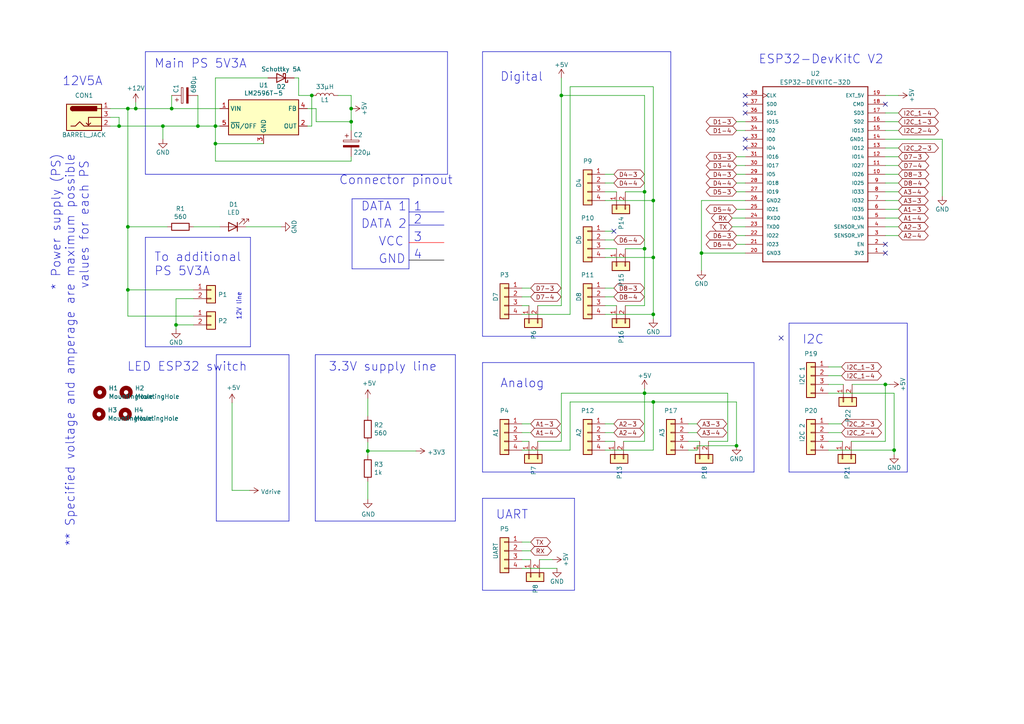
<source format=kicad_sch>
(kicad_sch (version 20230121) (generator eeschema)
  (paper "A4")
  (junction (at 49.784 31.496))
  (junction (at 259.334 130.556))
  (junction (at 101.854 35.306))
  (junction (at 433.324 50.546))
  (junction (at 532.511 9.906))
  (junction (at 532.511 14.986))
  (junction (at 213.614 129.286))
  (junction (at 186.944 55.626))
  (junction (at 189.484 74.676))
  (junction (at 189.484 58.166))
  (junction (at 532.511 20.066))
  (junction (at 37.084 65.786))
  (junction (at 532.511 7.366))
  (junction (at 532.511 12.446))
  (junction (at 464.82 42.926))
  (junction (at 433.324 42.926))
  (junction (at 556.514 94.742))
  (junction (at 57.404 36.576))
  (junction (at 47.244 36.576))
  (junction (at 34.544 36.576))
  (junction (at 62.484 36.576))
  (junction (at 101.854 31.496))
  (junction (at 51.054 94.234))
  (junction (at 106.68 130.81))
  (junction (at 256.794 111.506))
  (junction (at 37.084 84.074))
  (junction (at 186.944 72.136))
  (junction (at 90.424 27.686))
  (junction (at 494.03 42.926))
  (junction (at 521.462 93.726))
  (junction (at 532.511 17.526))
  (junction (at 433.324 48.006))
  (junction (at 523.24 42.926))
  (junction (at 37.084 31.496))
  (junction (at 189.484 116.586))
  (junction (at 39.37 31.496))
  (junction (at 189.484 91.186))
  (junction (at 62.484 41.656))
  (junction (at 433.324 40.386))
  (junction (at 433.324 45.466))
  (junction (at 494.03 93.726))
  (junction (at 162.814 27.686))
  (junction (at 186.944 114.046))
  (junction (at 203.454 73.406))
  (junction (at 464.82 93.726))
  (junction (at 433.324 37.846))
  (no_connect (at 216.154 32.766))
  (no_connect (at 216.154 42.926))
  (no_connect (at 178.054 67.056))
  (no_connect (at 216.154 30.226))
  (no_connect (at 256.794 30.226))
  (no_connect (at 226.568 98.044))
  (no_connect (at 216.154 27.686))
  (no_connect (at 256.794 73.406))
  (no_connect (at 216.154 40.386))
  (no_connect (at 256.794 70.866))
  (wire (pts (xy 56.134 84.074) (xy 37.084 84.074)))
  (wire (pts (xy 240.284 130.556) (xy 259.334 130.556)))
  (wire (pts (xy 151.384 130.556) (xy 165.354 130.556)))
  (wire (pts (xy 37.084 31.496) (xy 39.37 31.496)))
  (wire (pts (xy 461.899 32.766) (xy 461.899 83.82)))
  (wire (pts (xy 175.514 55.626) (xy 178.816 55.626)))
  (wire (pts (xy 32.004 36.576) (xy 34.544 36.576)))
  (polyline (pts (xy 118.618 70.358) (xy 128.778 70.358)) (stroke (width 0) (type solid) (color 255 0 0 1)))
  (polyline (pts (xy 346.71 121.666) (xy 346.71 4.826)))
  (wire (pts (xy 165.354 25.146) (xy 165.354 91.186)))
  (wire (pts (xy 385.572 29.972) (xy 385.572 36.449)))
  (wire (pts (xy 178.054 83.566) (xy 175.514 83.566)))
  (wire (pts (xy 256.794 42.926) (xy 260.604 42.926)))
  (wire (pts (xy 57.404 27.686) (xy 57.404 36.576)))
  (wire (pts (xy 155.956 88.646) (xy 162.814 88.646)))
  (wire (pts (xy 153.924 83.566) (xy 151.384 83.566)))
  (wire (pts (xy 178.054 86.106) (xy 175.514 86.106)))
  (wire (pts (xy 165.354 25.146) (xy 189.484 25.146)))
  (wire (pts (xy 165.354 116.586) (xy 189.484 116.586)))
  (polyline (pts (xy 83.82 102.87) (xy 62.738 102.87)))
  (polyline (pts (xy 91.44 102.87) (xy 132.08 102.87)))
  (wire (pts (xy 37.084 91.694) (xy 56.134 91.694)))
  (polyline (pts (xy 445.77 4.826) (xy 445.77 121.666)))
  (wire (pts (xy 151.384 157.226) (xy 153.924 157.226)))
  (wire (pts (xy 101.854 37.846) (xy 101.854 35.306)))
  (wire (pts (xy 216.154 48.006) (xy 213.614 48.006)))
  (wire (pts (xy 433.324 40.386) (xy 435.61 40.386)))
  (wire (pts (xy 532.511 22.479) (xy 534.67 22.479)))
  (wire (pts (xy 216.154 70.866) (xy 213.614 70.866)))
  (polyline (pts (xy 62.738 102.87) (xy 62.738 151.13)))
  (wire (pts (xy 244.094 125.476) (xy 240.284 125.476)))
  (wire (pts (xy 423.037 65.786) (xy 435.61 65.786)))
  (wire (pts (xy 433.324 50.546) (xy 435.61 50.546)))
  (wire (pts (xy 189.484 116.586) (xy 213.614 116.586)))
  (wire (pts (xy 435.61 68.326) (xy 426.974 68.326)))
  (wire (pts (xy 37.084 65.786) (xy 48.514 65.786)))
  (wire (pts (xy 162.814 27.686) (xy 186.944 27.686)))
  (wire (pts (xy 153.924 122.936) (xy 151.384 122.936)))
  (wire (pts (xy 189.484 91.186) (xy 189.484 92.456)))
  (wire (pts (xy 461.899 83.82) (xy 464.82 83.82)))
  (wire (pts (xy 433.324 42.926) (xy 433.324 45.466)))
  (wire (pts (xy 151.384 162.306) (xy 153.924 162.306)))
  (wire (pts (xy 530.86 7.366) (xy 532.511 7.366)))
  (wire (pts (xy 364.744 19.812) (xy 369.824 19.812)))
  (wire (pts (xy 423.037 76.2) (xy 423.037 65.786)))
  (polyline (pts (xy 42.164 14.986) (xy 129.794 14.986)))
  (wire (pts (xy 106.68 130.81) (xy 120.65 130.81)))
  (wire (pts (xy 175.514 72.136) (xy 178.816 72.136)))
  (polyline (pts (xy 194.564 14.986) (xy 194.564 97.536)))
  (polyline (pts (xy 459.74 121.666) (xy 548.64 121.666)))
  (wire (pts (xy 387.096 76.2) (xy 423.037 76.2)))
  (wire (pts (xy 529.971 80.772) (xy 529.971 40.386)))
  (wire (pts (xy 256.794 45.466) (xy 260.604 45.466)))
  (wire (pts (xy 202.184 129.286) (xy 213.614 129.286)))
  (wire (pts (xy 433.324 45.466) (xy 433.324 48.006)))
  (wire (pts (xy 433.324 42.926) (xy 435.61 42.926)))
  (polyline (pts (xy 139.954 97.536) (xy 139.954 14.986)))
  (wire (pts (xy 556.514 80.772) (xy 556.514 94.742)))
  (polyline (pts (xy 91.44 102.87) (xy 91.44 151.13)))
  (wire (pts (xy 186.944 55.626) (xy 186.944 72.136)))
  (wire (pts (xy 464.82 93.726) (xy 481.33 93.726)))
  (wire (pts (xy 186.944 114.046) (xy 186.944 128.016)))
  (wire (pts (xy 37.084 31.496) (xy 37.084 65.786)))
  (wire (pts (xy 256.794 111.506) (xy 258.064 111.506)))
  (wire (pts (xy 86.614 22.606) (xy 86.614 27.686)))
  (wire (pts (xy 181.356 72.136) (xy 186.944 72.136)))
  (wire (pts (xy 56.134 65.786) (xy 63.754 65.786)))
  (wire (pts (xy 175.514 58.166) (xy 189.484 58.166)))
  (polyline (pts (xy 83.82 151.13) (xy 83.82 102.87)))
  (wire (pts (xy 523.24 42.926) (xy 523.24 46.736)))
  (polyline (pts (xy 62.738 151.13) (xy 83.82 151.13)))
  (wire (pts (xy 363.982 29.972) (xy 369.062 29.972)))
  (polyline (pts (xy 139.954 105.156) (xy 218.694 105.156)))
  (polyline (pts (xy 72.644 68.834) (xy 72.644 100.584)))
  (polyline (pts (xy 102.108 57.658) (xy 102.108 77.978)) (stroke (width 0) (type solid)))
  (wire (pts (xy 259.334 130.556) (xy 259.334 114.046)))
  (wire (pts (xy 256.794 58.166) (xy 260.604 58.166)))
  (wire (pts (xy 366.522 98.806) (xy 371.602 98.806)))
  (wire (pts (xy 202.184 122.936) (xy 199.644 122.936)))
  (wire (pts (xy 178.054 50.546) (xy 175.514 50.546)))
  (wire (pts (xy 165.354 116.586) (xy 165.354 130.556)))
  (wire (pts (xy 153.924 86.106) (xy 151.384 86.106)))
  (wire (pts (xy 216.154 60.706) (xy 213.614 60.706)))
  (wire (pts (xy 426.974 68.326) (xy 426.974 90.424)))
  (wire (pts (xy 433.324 48.006) (xy 435.61 48.006)))
  (wire (pts (xy 106.68 120.65) (xy 106.68 115.57)))
  (polyline (pts (xy 548.64 4.826) (xy 459.74 4.826)))
  (polyline (pts (xy 129.794 50.546) (xy 42.164 50.546)))
  (wire (pts (xy 427.101 36.449) (xy 427.101 58.166)))
  (wire (pts (xy 86.614 27.686) (xy 90.424 27.686)))
  (wire (pts (xy 203.454 58.166) (xy 203.454 73.406)))
  (wire (pts (xy 62.484 41.656) (xy 62.484 46.736)))
  (wire (pts (xy 256.794 48.006) (xy 260.604 48.006)))
  (wire (pts (xy 186.944 114.046) (xy 211.074 114.046)))
  (polyline (pts (xy 263.144 93.726) (xy 263.144 136.906)))
  (wire (pts (xy 488.442 84.836) (xy 494.03 84.836)))
  (wire (pts (xy 211.074 114.046) (xy 211.074 128.016)))
  (polyline (pts (xy 346.71 4.826) (xy 445.77 4.826)))
  (wire (pts (xy 178.054 69.596) (xy 175.514 69.596)))
  (polyline (pts (xy 263.144 93.726) (xy 228.854 93.726)))
  (wire (pts (xy 256.794 35.306) (xy 260.604 35.306)))
  (wire (pts (xy 428.752 27.686) (xy 428.752 55.626)))
  (wire (pts (xy 388.62 84.074) (xy 388.62 90.424)))
  (wire (pts (xy 464.82 54.356) (xy 464.82 59.436)))
  (wire (pts (xy 62.484 41.656) (xy 76.454 41.656)))
  (wire (pts (xy 62.484 22.606) (xy 62.484 36.576)))
  (wire (pts (xy 178.054 67.056) (xy 175.514 67.056)))
  (wire (pts (xy 464.82 93.726) (xy 464.82 97.536)))
  (wire (pts (xy 71.374 65.786) (xy 81.534 65.786)))
  (wire (pts (xy 521.462 105.156) (xy 521.462 110.236)))
  (wire (pts (xy 151.384 128.016) (xy 153.416 128.016)))
  (wire (pts (xy 175.514 74.676) (xy 189.484 74.676)))
  (wire (pts (xy 534.67 32.766) (xy 461.899 32.766)))
  (wire (pts (xy 162.814 22.606) (xy 162.814 27.686)))
  (wire (pts (xy 240.284 128.016) (xy 244.348 128.016)))
  (wire (pts (xy 464.82 42.926) (xy 481.33 42.926)))
  (wire (pts (xy 379.73 84.074) (xy 388.62 84.074)))
  (wire (pts (xy 216.154 68.326) (xy 213.614 68.326)))
  (wire (pts (xy 532.511 7.366) (xy 534.67 7.366)))
  (wire (pts (xy 162.814 27.686) (xy 162.814 88.646)))
  (wire (pts (xy 106.68 132.08) (xy 106.68 130.81)))
  (wire (pts (xy 181.356 55.626) (xy 186.944 55.626)))
  (wire (pts (xy 388.112 105.156) (xy 430.149 105.156)))
  (wire (pts (xy 430.149 105.156) (xy 430.149 70.866)))
  (wire (pts (xy 155.956 128.016) (xy 162.814 128.016)))
  (wire (pts (xy 523.24 30.226) (xy 523.24 42.926)))
  (wire (pts (xy 534.797 25.146) (xy 534.67 25.146)))
  (wire (pts (xy 464.82 42.926) (xy 464.82 46.736)))
  (wire (pts (xy 91.694 35.306) (xy 101.854 35.306)))
  (wire (pts (xy 216.154 65.786) (xy 212.344 65.786)))
  (wire (pts (xy 430.149 70.866) (xy 435.61 70.866)))
  (wire (pts (xy 181.356 88.646) (xy 186.944 88.646)))
  (wire (pts (xy 37.084 84.074) (xy 37.084 91.694)))
  (wire (pts (xy 494.03 27.686) (xy 494.03 42.926)))
  (wire (pts (xy 162.814 114.046) (xy 186.944 114.046)))
  (wire (pts (xy 101.854 46.736) (xy 101.854 45.466)))
  (wire (pts (xy 426.974 90.424) (xy 388.62 90.424)))
  (wire (pts (xy 244.094 106.426) (xy 240.284 106.426)))
  (wire (pts (xy 90.424 36.576) (xy 89.154 36.576)))
  (polyline (pts (xy 118.618 65.278) (xy 128.778 65.278)) (stroke (width 0) (type solid)))
  (wire (pts (xy 256.794 32.766) (xy 260.604 32.766)))
  (wire (pts (xy 364.236 46.228) (xy 369.316 46.228)))
  (polyline (pts (xy 42.164 68.834) (xy 42.164 100.584)))
  (wire (pts (xy 378.206 69.85) (xy 387.096 69.85)))
  (wire (pts (xy 375.666 58.166) (xy 384.556 58.166)))
  (wire (pts (xy 365.506 69.85) (xy 370.586 69.85)))
  (polyline (pts (xy 548.64 121.666) (xy 548.64 4.826)))
  (wire (pts (xy 180.848 128.016) (xy 186.944 128.016)))
  (wire (pts (xy 386.334 27.686) (xy 428.752 27.686)))
  (wire (pts (xy 423.291 64.516) (xy 423.291 63.246)))
  (wire (pts (xy 106.68 130.81) (xy 106.68 128.27)))
  (wire (pts (xy 488.442 35.306) (xy 488.442 84.836)))
  (wire (pts (xy 101.854 27.686) (xy 101.854 31.496)))
  (wire (pts (xy 433.324 35.306) (xy 433.324 37.846)))
  (polyline (pts (xy 118.618 77.978) (xy 118.618 57.658)) (stroke (width 0) (type solid)))
  (wire (pts (xy 51.054 86.614) (xy 56.134 86.614)))
  (polyline (pts (xy 166.624 144.526) (xy 166.624 171.196)))
  (wire (pts (xy 384.556 58.166) (xy 384.556 64.516)))
  (polyline (pts (xy 132.08 151.13) (xy 132.08 102.87)))
  (wire (pts (xy 47.244 40.386) (xy 47.244 36.576)))
  (polyline (pts (xy 218.694 136.906) (xy 218.694 105.156)))
  (wire (pts (xy 273.304 56.896) (xy 273.304 40.386)))
  (wire (pts (xy 151.384 164.846) (xy 161.544 164.846)))
  (wire (pts (xy 494.03 42.926) (xy 494.03 46.736)))
  (polyline (pts (xy 139.954 105.156) (xy 139.954 136.906)))
  (wire (pts (xy 106.68 144.78) (xy 106.68 139.7)))
  (polyline (pts (xy 72.644 100.584) (xy 42.164 100.584)))
  (polyline (pts (xy 166.624 144.526) (xy 139.954 144.526)))
  (wire (pts (xy 91.694 31.496) (xy 89.154 31.496)))
  (polyline (pts (xy 228.854 136.906) (xy 263.144 136.906)))
  (wire (pts (xy 34.544 34.036) (xy 34.544 36.576)))
  (wire (pts (xy 49.784 27.686) (xy 49.784 31.496)))
  (wire (pts (xy 494.03 42.926) (xy 510.54 42.926)))
  (wire (pts (xy 256.794 63.246) (xy 260.604 63.246)))
  (wire (pts (xy 256.794 50.546) (xy 260.604 50.546)))
  (wire (pts (xy 534.67 27.686) (xy 494.03 27.686)))
  (wire (pts (xy 376.682 29.972) (xy 385.572 29.972)))
  (wire (pts (xy 216.154 45.466) (xy 213.614 45.466)))
  (polyline (pts (xy 228.854 93.726) (xy 228.854 136.906)))
  (wire (pts (xy 532.511 9.906) (xy 534.67 9.906)))
  (wire (pts (xy 246.888 128.016) (xy 256.794 128.016)))
  (wire (pts (xy 189.484 116.586) (xy 189.484 130.556)))
  (wire (pts (xy 244.094 108.966) (xy 240.284 108.966)))
  (wire (pts (xy 367.03 84.074) (xy 372.11 84.074)))
  (wire (pts (xy 51.054 94.234) (xy 51.054 86.614)))
  (wire (pts (xy 519.938 84.709) (xy 521.462 84.709)))
  (wire (pts (xy 519.938 37.846) (xy 519.938 84.709)))
  (wire (pts (xy 532.511 20.066) (xy 532.511 22.479)))
  (wire (pts (xy 433.324 37.846) (xy 435.61 37.846)))
  (wire (pts (xy 523.24 42.926) (xy 539.75 42.926)))
  (wire (pts (xy 534.67 17.526) (xy 532.511 17.526)))
  (wire (pts (xy 256.794 55.626) (xy 260.604 55.626)))
  (wire (pts (xy 464.82 25.019) (xy 534.797 25.019)))
  (wire (pts (xy 62.484 36.576) (xy 63.754 36.576)))
  (wire (pts (xy 175.514 130.556) (xy 189.484 130.556)))
  (polyline (pts (xy 139.954 136.906) (xy 218.694 136.906)))
  (wire (pts (xy 534.67 22.479) (xy 534.67 22.606)))
  (wire (pts (xy 203.454 73.406) (xy 203.454 78.486)))
  (wire (pts (xy 37.084 65.786) (xy 37.084 84.074)))
  (polyline (pts (xy 139.954 171.196) (xy 166.624 171.196)))
  (polyline (pts (xy 129.794 14.986) (xy 129.794 50.546)))
  (wire (pts (xy 199.644 128.016) (xy 202.946 128.016)))
  (wire (pts (xy 433.324 48.006) (xy 433.324 50.546)))
  (polyline (pts (xy 91.44 151.13) (xy 132.08 151.13)))
  (wire (pts (xy 519.938 37.846) (xy 534.67 37.846)))
  (wire (pts (xy 186.944 114.046) (xy 186.944 112.776)))
  (wire (pts (xy 203.454 73.406) (xy 216.154 73.406)))
  (wire (pts (xy 256.794 68.326) (xy 260.604 68.326)))
  (wire (pts (xy 32.004 31.496) (xy 37.084 31.496)))
  (polyline (pts (xy 459.74 4.826) (xy 459.74 121.666)))
  (wire (pts (xy 435.61 60.706) (xy 422.91 60.706)))
  (wire (pts (xy 521.462 93.726) (xy 521.462 97.536)))
  (wire (pts (xy 199.644 130.556) (xy 202.184 130.556)))
  (wire (pts (xy 101.854 27.686) (xy 98.044 27.686)))
  (wire (pts (xy 529.971 40.386) (xy 534.67 40.386)))
  (wire (pts (xy 202.184 125.476) (xy 199.644 125.476)))
  (wire (pts (xy 534.797 25.019) (xy 534.797 25.146)))
  (wire (pts (xy 256.794 60.706) (xy 260.604 60.706)))
  (wire (pts (xy 388.112 98.806) (xy 388.112 105.156)))
  (wire (pts (xy 39.37 29.718) (xy 39.37 31.496)))
  (wire (pts (xy 532.511 9.906) (xy 532.511 12.446)))
  (wire (pts (xy 427.101 58.166) (xy 435.61 58.166)))
  (wire (pts (xy 216.154 37.846) (xy 213.614 37.846)))
  (wire (pts (xy 90.424 27.686) (xy 90.424 36.576)))
  (wire (pts (xy 385.826 46.228) (xy 385.826 52.578)))
  (wire (pts (xy 101.854 31.496) (xy 101.854 35.306)))
  (wire (pts (xy 178.054 53.086) (xy 175.514 53.086)))
  (wire (pts (xy 428.752 55.626) (xy 435.61 55.626)))
  (wire (pts (xy 247.142 111.506) (xy 256.794 111.506)))
  (wire (pts (xy 62.484 22.606) (xy 77.724 22.606)))
  (wire (pts (xy 189.484 74.676) (xy 189.484 91.186)))
  (wire (pts (xy 532.511 20.066) (xy 534.67 20.066)))
  (wire (pts (xy 39.37 31.496) (xy 49.784 31.496)))
  (wire (pts (xy 202.184 130.556) (xy 202.184 129.286)))
  (wire (pts (xy 256.794 37.846) (xy 260.604 37.846)))
  (wire (pts (xy 534.67 35.306) (xy 488.442 35.306)))
  (wire (pts (xy 85.344 22.606) (xy 86.614 22.606)))
  (wire (pts (xy 422.91 60.706) (xy 422.91 52.578)))
  (wire (pts (xy 216.154 35.306) (xy 213.614 35.306)))
  (polyline (pts (xy 102.108 77.978) (xy 118.618 77.978)) (stroke (width 0) (type solid)))
  (wire (pts (xy 256.794 53.086) (xy 260.604 53.086)))
  (polyline (pts (xy 118.618 61.468) (xy 128.778 61.468)) (stroke (width 0) (type solid)))
  (wire (pts (xy 273.304 40.386) (xy 256.794 40.386)))
  (wire (pts (xy 67.31 116.84) (xy 67.31 142.24)))
  (wire (pts (xy 532.511 17.526) (xy 532.511 20.066)))
  (wire (pts (xy 151.384 88.646) (xy 153.416 88.646)))
  (wire (pts (xy 464.82 25.019) (xy 464.82 42.926)))
  (wire (pts (xy 532.511 12.446) (xy 534.67 12.446)))
  (polyline (pts (xy 194.564 97.536) (xy 139.954 97.536)))
  (wire (pts (xy 464.82 83.82) (xy 464.82 93.726)))
  (wire (pts (xy 32.004 34.036) (xy 34.544 34.036)))
  (wire (pts (xy 386.334 19.812) (xy 386.334 27.686)))
  (wire (pts (xy 556.514 94.742) (xy 556.514 98.552)))
  (wire (pts (xy 377.444 19.812) (xy 386.334 19.812)))
  (wire (pts (xy 62.484 36.576) (xy 62.484 41.656)))
  (wire (pts (xy 376.936 46.228) (xy 385.826 46.228)))
  (wire (pts (xy 521.462 84.709) (xy 521.462 93.726)))
  (polyline (pts (xy 445.77 121.666) (xy 346.71 121.666)))
  (wire (pts (xy 433.324 50.546) (xy 433.324 53.086)))
  (polyline (pts (xy 72.644 68.834) (xy 42.164 68.834)))
  (wire (pts (xy 384.556 64.516) (xy 423.291 64.516)))
  (wire (pts (xy 556.514 106.172) (xy 556.514 111.252)))
  (wire (pts (xy 91.694 31.496) (xy 91.694 35.306)))
  (wire (pts (xy 216.154 58.166) (xy 203.454 58.166)))
  (wire (pts (xy 216.154 63.246) (xy 212.344 63.246)))
  (wire (pts (xy 186.944 27.686) (xy 186.944 55.626)))
  (wire (pts (xy 433.324 37.846) (xy 433.324 40.386)))
  (wire (pts (xy 67.31 142.24) (xy 72.39 142.24)))
  (wire (pts (xy 156.464 162.306) (xy 160.274 162.306)))
  (wire (pts (xy 151.384 159.766) (xy 153.924 159.766)))
  (wire (pts (xy 57.404 36.576) (xy 62.484 36.576)))
  (wire (pts (xy 523.24 54.356) (xy 523.24 59.436)))
  (polyline (pts (xy 118.618 75.438) (xy 128.778 75.438)) (stroke (width 0) (type solid) (color 0 0 0 1)))
  (wire (pts (xy 49.784 31.496) (xy 63.754 31.496)))
  (wire (pts (xy 240.284 111.506) (xy 244.602 111.506)))
  (wire (pts (xy 422.91 52.578) (xy 385.826 52.578)))
  (wire (pts (xy 259.334 131.826) (xy 259.334 130.556)))
  (wire (pts (xy 240.284 114.046) (xy 259.334 114.046)))
  (wire (pts (xy 189.484 58.166) (xy 189.484 74.676)))
  (wire (pts (xy 387.096 69.85) (xy 387.096 76.2)))
  (wire (pts (xy 51.054 95.504) (xy 51.054 94.234)))
  (wire (pts (xy 433.324 40.386) (xy 433.324 42.926)))
  (wire (pts (xy 532.511 14.986) (xy 534.67 14.986)))
  (wire (pts (xy 556.514 94.742) (xy 573.024 94.742)))
  (wire (pts (xy 433.324 45.466) (xy 435.61 45.466)))
  (wire (pts (xy 494.03 105.156) (xy 494.03 110.236)))
  (wire (pts (xy 532.511 12.446) (xy 532.511 14.986)))
  (wire (pts (xy 51.054 94.234) (xy 56.134 94.234)))
  (wire (pts (xy 494.03 84.836) (xy 494.03 93.726)))
  (wire (pts (xy 256.794 65.786) (xy 260.604 65.786)))
  (polyline (pts (xy 139.954 171.196) (xy 139.954 144.526)))
  (wire (pts (xy 178.054 122.936) (xy 175.514 122.936)))
  (polyline (pts (xy 139.954 14.986) (xy 194.564 14.986)))
  (wire (pts (xy 62.484 46.736) (xy 101.854 46.736)))
  (wire (pts (xy 256.794 111.506) (xy 256.794 128.016)))
  (polyline (pts (xy 118.618 57.658) (xy 102.108 57.658)) (stroke (width 0) (type solid)))
  (wire (pts (xy 34.544 36.576) (xy 47.244 36.576)))
  (wire (pts (xy 379.222 98.806) (xy 388.112 98.806)))
  (wire (pts (xy 523.24 30.226) (xy 534.67 30.226)))
  (wire (pts (xy 532.511 7.366) (xy 532.511 9.906)))
  (wire (pts (xy 178.054 125.476) (xy 175.514 125.476)))
  (wire (pts (xy 362.966 58.166) (xy 368.046 58.166)))
  (wire (pts (xy 186.944 72.136) (xy 186.944 88.646)))
  (wire (pts (xy 532.511 14.986) (xy 532.511 17.526)))
  (wire (pts (xy 213.614 116.586) (xy 213.614 129.286)))
  (wire (pts (xy 494.03 93.726) (xy 510.54 93.726)))
  (wire (pts (xy 189.484 25.146) (xy 189.484 58.166)))
  (wire (pts (xy 494.03 93.726) (xy 494.03 97.536)))
  (wire (pts (xy 464.82 105.156) (xy 464.82 110.236)))
  (wire (pts (xy 433.324 53.086) (xy 435.61 53.086)))
  (wire (pts (xy 216.154 55.626) (xy 213.614 55.626)))
  (wire (pts (xy 216.154 50.546) (xy 213.614 50.546)))
  (wire (pts (xy 385.572 36.449) (xy 427.101 36.449)))
  (wire (pts (xy 260.604 27.686) (xy 256.794 27.686)))
  (wire (pts (xy 213.614 53.086) (xy 216.154 53.086)))
  (wire (pts (xy 494.03 54.356) (xy 494.03 59.436)))
  (wire (pts (xy 175.514 128.016) (xy 178.308 128.016)))
  (wire (pts (xy 175.514 88.646) (xy 178.816 88.646)))
  (polyline (pts (xy 42.164 50.546) (xy 42.164 14.986)))
  (wire (pts (xy 423.291 63.246) (xy 435.61 63.246)))
  (wire (pts (xy 240.284 122.936) (xy 244.094 122.936)))
  (wire (pts (xy 47.244 36.576) (xy 57.404 36.576)))
  (wire (pts (xy 175.514 91.186) (xy 189.484 91.186)))
  (wire (pts (xy 521.462 93.726) (xy 537.972 93.726)))
  (wire (pts (xy 162.814 114.046) (xy 162.814 128.016)))
  (wire (pts (xy 151.384 91.186) (xy 165.354 91.186)))
  (wire (pts (xy 205.486 128.016) (xy 211.074 128.016)))
  (wire (pts (xy 556.514 80.772) (xy 529.971 80.772)))
  (wire (pts (xy 153.924 125.476) (xy 151.384 125.476)))
  (text "Digital" (at 145.034 23.876 0) (effects (font (size 2.54 2.54)) (justify left bottom)))
  (text "I2C" (at 232.664 100.076 0) (effects (font (size 2.54 2.54)) (justify left bottom)))
  (text "IR phototransistor array" (at 463.55 12.446 0) (effects (font (size 2.54 2.54)) (justify left bottom)))
  (text "3.3V supply line" (at 95.25 107.95 0) (effects (font (size 2.54 2.54)) (justify left bottom)))
  (text "12V line" (at 70.104 92.964 90) (effects (font (size 1.27 1.27)) (justify left bottom)))
  (text "UART" (at 143.764 150.876 0) (effects (font (size 2.54 2.54)) (justify left bottom)))
  (text "4" (at 119.888 75.438 0) (effects (font (size 2.54 2.54)) (justify left bottom)))
  (text "DATA 2  " (at 104.648 66.548 0) (effects (font (size 2.54 2.54)) (justify left bottom)))
  (text "VCC" (at 109.728 71.628 0) (effects (font (size 2.54 2.54)) (justify left bottom)))
  (text "12V5A" (at 18.034 25.146 0) (effects (font (size 2.54 2.54)) (justify left bottom)))
  (text "IR LED array" (at 355.6 13.716 0) (effects (font (size 2.54 2.54)) (justify left bottom)))
  (text "Main PS 5V3A" (at 44.704 20.066 0) (effects (font (size 2.54 2.54)) (justify left bottom)))
  (text "Connector pinout" (at 98.298 53.848 0) (effects (font (size 2.54 2.54)) (justify left bottom)))
  (text "2" (at 119.888 65.278 0) (effects (font (size 2.54 2.54)) (justify left bottom)))
  (text "To additional\nPS 5V3A" (at 44.704 80.264 0) (effects (font (size 2.54 2.54)) (justify left bottom)))
  (text "ESP32-DevKitC V2" (at 219.964 18.796 0) (effects (font (size 2.54 2.54)) (justify left bottom)))
  (text "* Power supply (PS)\n** Specified voltage and amperage are maximum possible\nvalues for each PS " (at 25.908 44.704 90) (effects (font (size 2.54 2.54)) (justify right bottom)))
  (text "GND" (at 109.728 76.708 0) (effects (font (size 2.54 2.54)) (justify left bottom)))
  (text "LED ESP32 switch" (at 36.83 107.95 0) (effects (font (size 2.54 2.54)) (justify left bottom)))
  (text "DATA 1\n" (at 104.648 61.468 0) (effects (font (size 2.54 2.54)) (justify left bottom)))
  (text "3" (at 119.888 70.358 0) (effects (font (size 2.54 2.54)) (justify left bottom)))
  (text "Analog" (at 145.034 112.776 0) (effects (font (size 2.54 2.54)) (justify left bottom)))
  (text "1" (at 119.888 61.468 0) (effects (font (size 2.54 2.54)) (justify left bottom)))
  (global_label "D8-4" (shape bidirectional) (at 178.054 86.106 0) (property "Intersheetrefs" "${INTERSHEET_REFS}" (effects hide)))
  (global_label "A2-4" (shape bidirectional) (at 178.054 125.476 0) (property "Intersheetrefs" "${INTERSHEET_REFS}" (effects hide)))
  (global_label "D6-4" (shape bidirectional) (at 178.054 69.596 0) (property "Intersheetrefs" "${INTERSHEET_REFS}" (effects hide)))
  (global_label "D1-4" (shape bidirectional) (at 213.614 37.846 180) (property "Intersheetrefs" "${INTERSHEET_REFS}" (effects hide)))
  (global_label "I2C_2-3" (shape bidirectional) (at 244.094 122.936 0) (property "Intersheetrefs" "${INTERSHEET_REFS}" (effects hide)))
  (global_label "A1-3" (shape bidirectional) (at 153.924 122.936 0) (property "Intersheetrefs" "${INTERSHEET_REFS}" (effects hide)))
  (global_label "D5-3" (shape bidirectional) (at 510.54 93.726 0) (property "Intersheetrefs" "${INTERSHEET_REFS}" (effects hide)))
  (global_label "TX" (shape bidirectional) (at 212.344 65.786 180) (property "Intersheetrefs" "${INTERSHEET_REFS}" (effects hide)))
  (global_label "I2C_2-4" (shape bidirectional) (at 260.604 37.846 0) (property "Intersheetrefs" "${INTERSHEET_REFS}" (effects hide)))
  (global_label "A2-3" (shape bidirectional) (at 178.054 122.936 0) (property "Intersheetrefs" "${INTERSHEET_REFS}" (effects hide)))
  (global_label "D3-4" (shape bidirectional) (at 481.33 93.726 0) (property "Intersheetrefs" "${INTERSHEET_REFS}" (effects hide)))
  (global_label "D7-3" (shape bidirectional) (at 153.924 83.566 0) (property "Intersheetrefs" "${INTERSHEET_REFS}" (effects hide)))
  (global_label "D5-4" (shape bidirectional) (at 213.614 60.706 180) (property "Intersheetrefs" "${INTERSHEET_REFS}" (effects hide)))
  (global_label "D4-4" (shape bidirectional) (at 213.614 53.086 180) (property "Intersheetrefs" "${INTERSHEET_REFS}" (effects hide)))
  (global_label "D1-4" (shape bidirectional) (at 510.54 42.926 0) (property "Intersheetrefs" "${INTERSHEET_REFS}" (effects hide)))
  (global_label "A2-4" (shape bidirectional) (at 260.604 68.326 0) (property "Intersheetrefs" "${INTERSHEET_REFS}" (effects hide)))
  (global_label "I2C_1-3" (shape bidirectional) (at 260.604 35.306 0) (property "Intersheetrefs" "${INTERSHEET_REFS}" (effects hide)))
  (global_label "I2C_1-3" (shape bidirectional) (at 244.094 106.426 0) (property "Intersheetrefs" "${INTERSHEET_REFS}" (effects hide)))
  (global_label "D8-4" (shape bidirectional) (at 260.604 53.086 0) (property "Intersheetrefs" "${INTERSHEET_REFS}" (effects hide)))
  (global_label "D8-3" (shape bidirectional) (at 260.604 50.546 0) (property "Intersheetrefs" "${INTERSHEET_REFS}" (effects hide)))
  (global_label "TX" (shape bidirectional) (at 153.924 157.226 0) (property "Intersheetrefs" "${INTERSHEET_REFS}" (effects hide)))
  (global_label "D3-3" (shape bidirectional) (at 213.614 45.466 180) (property "Intersheetrefs" "${INTERSHEET_REFS}" (effects hide)))
  (global_label "RX" (shape bidirectional) (at 153.924 159.766 0) (property "Intersheetrefs" "${INTERSHEET_REFS}" (effects hide)))
  (global_label "A2-3" (shape bidirectional) (at 260.604 65.786 0) (property "Intersheetrefs" "${INTERSHEET_REFS}" (effects hide)))
  (global_label "I2C_2-4" (shape bidirectional) (at 244.094 125.476 0) (property "Intersheetrefs" "${INTERSHEET_REFS}" (effects hide)))
  (global_label "A3-3" (shape bidirectional) (at 260.604 58.166 0) (property "Intersheetrefs" "${INTERSHEET_REFS}" (effects hide)))
  (global_label "D8-3" (shape bidirectional) (at 178.054 83.566 0) (property "Intersheetrefs" "${INTERSHEET_REFS}" (effects hide)))
  (global_label "I2C_1-4" (shape bidirectional) (at 244.094 108.966 0) (property "Intersheetrefs" "${INTERSHEET_REFS}" (effects hide)))
  (global_label "D3-4" (shape bidirectional) (at 213.614 48.006 180) (property "Intersheetrefs" "${INTERSHEET_REFS}" (effects hide)))
  (global_label "A3-3" (shape bidirectional) (at 202.184 122.936 0) (property "Intersheetrefs" "${INTERSHEET_REFS}" (effects hide)))
  (global_label "D4-3" (shape bidirectional) (at 213.614 50.546 180) (property "Intersheetrefs" "${INTERSHEET_REFS}" (effects hide)))
  (global_label "D1-3" (shape bidirectional) (at 213.614 35.306 180) (property "Intersheetrefs" "${INTERSHEET_REFS}" (effects hide)))
  (global_label "D6-3" (shape bidirectional) (at 573.024 94.742 0) (property "Intersheetrefs" "${INTERSHEET_REFS}" (effects hide)))
  (global_label "A3-4" (shape bidirectional) (at 202.184 125.476 0) (property "Intersheetrefs" "${INTERSHEET_REFS}" (effects hide)))
  (global_label "A1-4" (shape bidirectional) (at 153.924 125.476 0) (property "Intersheetrefs" "${INTERSHEET_REFS}" (effects hide)))
  (global_label "I2C_2-3" (shape bidirectional) (at 260.604 42.926 0) (property "Intersheetrefs" "${INTERSHEET_REFS}" (effects hide)))
  (global_label "A3-4" (shape bidirectional) (at 260.604 55.626 0) (property "Intersheetrefs" "${INTERSHEET_REFS}" (effects hide)))
  (global_label "RX" (shape bidirectional) (at 212.344 63.246 180) (property "Intersheetrefs" "${INTERSHEET_REFS}" (effects hide)))
  (global_label "D5-3" (shape bidirectional) (at 213.614 55.626 180) (property "Intersheetrefs" "${INTERSHEET_REFS}" (effects hide)))
  (global_label "D7-3" (shape bidirectional) (at 260.604 45.466 0) (property "Intersheetrefs" "${INTERSHEET_REFS}" (effects hide)))
  (global_label "D4-4" (shape bidirectional) (at 178.054 53.086 0) (property "Intersheetrefs" "${INTERSHEET_REFS}" (effects hide)))
  (global_label "I2C_1-4" (shape bidirectional) (at 260.604 32.766 0) (property "Intersheetrefs" "${INTERSHEET_REFS}" (effects hide)))
  (global_label "D7-4" (shape bidirectional) (at 153.924 86.106 0) (property "Intersheetrefs" "${INTERSHEET_REFS}" (effects hide)))
  (global_label "D5-4" (shape bidirectional) (at 537.972 93.726 0) (property "Intersheetrefs" "${INTERSHEET_REFS}" (effects hide)))
  (global_label "D6-4" (shape bidirectional) (at 213.614 70.866 180) (property "Intersheetrefs" "${INTERSHEET_REFS}" (effects hide)))
  (global_label "D4-3" (shape bidirectional) (at 178.054 50.546 0) (property "Intersheetrefs" "${INTERSHEET_REFS}" (effects hide)))
  (global_label "A1-3" (shape bidirectional) (at 260.604 60.706 0) (property "Intersheetrefs" "${INTERSHEET_REFS}" (effects hide)))
  (global_label "D1-3" (shape bidirectional) (at 481.33 42.926 0) (property "Intersheetrefs" "${INTERSHEET_REFS}" (effects hide)))
  (global_label "D3-3" (shape bidirectional) (at 539.75 42.926 0) (property "Intersheetrefs" "${INTERSHEET_REFS}" (effects hide)))
  (global_label "D6-3" (shape bidirectional) (at 213.614 68.326 180) (property "Intersheetrefs" "${INTERSHEET_REFS}" (effects hide)))
  (global_label "D7-4" (shape bidirectional) (at 260.604 48.006 0) (property "Intersheetrefs" "${INTERSHEET_REFS}" (effects hide)))
  (global_label "A1-4" (shape bidirectional) (at 260.604 63.246 0) (property "Intersheetrefs" "${INTERSHEET_REFS}" (effects hide)))
  (symbol (lib_id "ir_sensor-rescue:+3.3V-power") (at 530.86 7.366 90) (unit 1)
    (property "Reference" "#PWR036" (effects hide))
    (property "Value" "+3.3V" (at 526.4658 6.985 0))
  )
  (symbol (lib_id "power:Vdrive") (at 362.966 58.166 90) (unit 1)
    (property "Reference" "#PWR022" (effects hide))
    (property "Value" "Vdrive" (at 358.5718 57.785 0))
  )
  (symbol (lib_id "power:GND") (at 203.454 78.486 0) (unit 1)
    (property "Reference" "#PWR016" (effects hide))
    (property "Value" "GND" (at 203.454 82.296 0))
  )
  (symbol (lib_id "Connector_Generic:Conn_01x04") (at 235.204 125.476 0) (mirror y) (unit 1)
    (property "Reference" "P20" (at 235.204 119.126 0))
    (property "Value" "I2C 2" (at 232.664 125.476 90))
    (property "Footprint" "Connector_JST:JST_XH_B4B-XH-A_1x04_P2.50mm_Vertical" (effects hide))
  )
  (symbol (lib_id "power:Vdrive") (at 364.236 46.228 90) (unit 1)
    (property "Reference" "#PWR024" (effects hide))
    (property "Value" "Vdrive" (at 359.8418 45.847 0))
  )
  (symbol (lib_id "power:+5V") (at 162.814 22.606 0) (unit 1)
    (property "Reference" "#PWR013" (effects hide))
    (property "Value" "+5V" (at 162.814 18.796 0))
  )
  (symbol (lib_id "Connector_Generic:Conn_01x02") (at 244.348 133.096 90) (mirror x) (unit 1)
    (property "Reference" "P21" (at 245.7196 135.128 0) (effects (justify left)))
    (property "Value" "Conn_01x02" (effects hide))
    (property "Footprint" "Connector_PinSocket_2.54mm:PinSocket_1x02_P2.54mm_Vertical" (effects hide))
  )
  (symbol (lib_id "Device:LED") (at 67.564 65.786 180) (unit 1)
    (property "Reference" "D1" (at 67.7418 59.309 0))
    (property "Value" "LED" (at 67.7418 61.6204 0))
    (property "Footprint" "LED_THT:LED_D3.0mm" (effects hide))
  )
  (symbol (lib_id "Connector:Conn_01x14_Socket") (at 539.75 22.606 0) (unit 1)
    (property "Reference" "J2" (at 540.4612 22.6639 0) (effects (justify left)))
    (property "Value" "Conn_01x14_Socket" (at 540.4612 25.0881 0) (effects (justify left)))
    (property "Footprint" "Connector_JST:JST_XH_B14B-XH-A_1x14_P2.50mm_Vertical" (effects hide))
  )
  (symbol (lib_id "Connector_Generic:Conn_01x02") (at 178.816 93.726 90) (mirror x) (unit 1)
    (property "Reference" "P16" (at 180.1876 95.758 0) (effects (justify left)))
    (property "Value" "Conn_01x02" (effects hide))
    (property "Footprint" "Connector_PinSocket_2.54mm:PinSocket_1x02_P2.54mm_Vertical" (effects hide))
  )
  (symbol (lib_id "Device:R") (at 373.126 46.228 90) (unit 1)
    (property "Reference" "R6" (at 371.9576 44.45 0) (effects (justify left)))
    (property "Value" "47" (at 374.269 44.45 0) (effects (justify left)))
    (property "Footprint" "Resistor_THT:R_Box_L13.0mm_W4.0mm_P9.00mm" (effects hide))
  )
  (symbol (lib_id "Device:L") (at 94.234 27.686 90) (unit 1)
    (property "Reference" "L1" (at 94.234 28.956 90))
    (property "Value" "33µH" (at 94.234 25.146 90))
    (property "Footprint" "Inductor_THT:L_Radial_D10.0mm_P5.00mm_Fastron_07M" (effects hide))
  )
  (symbol (lib_id "power:+5V") (at 160.274 162.306 270) (unit 1)
    (property "Reference" "#PWR011" (effects hide))
    (property "Value" "+5V" (at 164.084 162.306 0))
  )
  (symbol (lib_id "power:+5V") (at 186.944 112.776 0) (unit 1)
    (property "Reference" "#PWR014" (effects hide))
    (property "Value" "+5V" (at 186.944 108.966 0))
  )
  (symbol (lib_id "Device:R") (at 106.68 124.46 0) (unit 1)
    (property "Reference" "R2" (at 108.458 123.2916 0) (effects (justify left)))
    (property "Value" "560" (at 108.458 125.603 0) (effects (justify left)))
    (property "Footprint" "Resistor_THT:R_Box_L13.0mm_W4.0mm_P9.00mm" (effects hide))
  )
  (symbol (lib_id "power:GND") (at 464.82 59.436 0) (unit 1)
    (property "Reference" "#PWR030" (effects hide))
    (property "Value" "GND" (at 464.947 63.8302 0))
  )
  (symbol (lib_id "power:Vdrive") (at 367.03 84.074 90) (unit 1)
    (property "Reference" "#PWR028" (effects hide))
    (property "Value" "Vdrive" (at 362.6358 83.693 0))
  )
  (symbol (lib_id "power:GND") (at 259.334 131.826 0) (unit 1)
    (property "Reference" "#PWR019" (effects hide))
    (property "Value" "GND" (at 259.334 135.636 0))
  )
  (symbol (lib_id "Connector_Generic:Conn_01x02") (at 178.816 60.706 90) (mirror x) (unit 1)
    (property "Reference" "P14" (at 180.1876 62.738 0) (effects (justify left)))
    (property "Value" "Conn_01x02" (effects hide))
    (property "Footprint" "Connector_PinSocket_2.54mm:PinSocket_1x02_P2.54mm_Vertical" (effects hide))
  )
  (symbol (lib_id "Connector_Generic:Conn_01x02") (at 153.924 167.386 90) (mirror x) (unit 1)
    (property "Reference" "P8" (at 155.2956 169.418 0) (effects (justify left)))
    (property "Value" "Conn_01x02" (effects hide))
    (property "Footprint" "Connector_PinSocket_2.54mm:PinSocket_1x02_P2.54mm_Vertical" (effects hide))
  )
  (symbol (lib_id "Device:R") (at 464.82 50.546 0) (unit 1)
    (property "Reference" "R11" (at 466.598 49.3776 0) (effects (justify left)))
    (property "Value" "10k" (at 466.598 51.689 0) (effects (justify left)))
    (property "Footprint" "Resistor_THT:R_Box_L13.0mm_W4.0mm_P9.00mm" (effects hide))
  )
  (symbol (lib_id "power:GND") (at 81.534 65.786 90) (unit 1)
    (property "Reference" "#PWR06" (effects hide))
    (property "Value" "GND" (at 85.344 65.786 0))
  )
  (symbol (lib_id "power:+5V") (at 106.68 115.57 0) (unit 1)
    (property "Reference" "#PWR08" (effects hide))
    (property "Value" "+5V" (at 107.061 111.1758 0))
  )
  (symbol (lib_id "Device:R") (at 521.462 101.346 0) (unit 1)
    (property "Reference" "R15" (at 523.24 100.1776 0) (effects (justify left)))
    (property "Value" "10k" (at 523.24 102.489 0) (effects (justify left)))
    (property "Footprint" "Resistor_THT:R_Box_L13.0mm_W4.0mm_P9.00mm" (effects hide))
  )
  (symbol (lib_id "Regulator_Switching:LM2596T-5") (at 76.454 34.036 0) (unit 1)
    (property "Reference" "U1" (at 76.454 24.7142 0))
    (property "Value" "LM2596T-5" (at 76.454 27.0256 0))
    (property "Footprint" "Package_TO_SOT_THT:TO-220-5_P3.4x3.7mm_StaggerOdd_Lead3.8mm_Vertical" (effects hide))
    (property "Datasheet" "http://www.ti.com/lit/ds/symlink/lm2596.pdf" (effects hide))
  )
  (symbol (lib_id "power:GND") (at 106.68 144.78 0) (unit 1)
    (property "Reference" "#PWR09" (effects hide))
    (property "Value" "GND" (at 106.807 149.1742 0))
  )
  (symbol (lib_id "power:GND") (at 213.614 129.286 0) (unit 1)
    (property "Reference" "#PWR017" (effects hide))
    (property "Value" "GND" (at 213.614 133.096 0))
  )
  (symbol (lib_id "beehive-rescue:CP-Device") (at 53.594 27.686 90) (unit 1)
    (property "Reference" "C1" (at 51.054 27.051 0) (effects (justify left)))
    (property "Value" "680µ" (at 56.134 27.051 0) (effects (justify left)))
    (property "Footprint" "Capacitor_THT:CP_Radial_D10.0mm_P5.00mm" (effects hide))
  )
  (symbol (lib_id "Connector_Generic:Conn_01x02") (at 153.416 93.726 90) (mirror x) (unit 1)
    (property "Reference" "P6" (at 154.7876 95.758 0) (effects (justify left)))
    (property "Value" "Conn_01x02" (effects hide))
    (property "Footprint" "Connector_PinSocket_2.54mm:PinSocket_1x02_P2.54mm_Vertical" (effects hide))
  )
  (symbol (lib_id "Mechanical:MountingHole") (at 36.576 113.792 0) (unit 1)
    (property "Reference" "H2" (at 39.116 112.5799 0) (effects (justify left)))
    (property "Value" "MountingHole" (at 39.116 115.0041 0) (effects (justify left)))
    (property "Footprint" "MountingHole:MountingHole_3.2mm_M3" (effects hide))
  )
  (symbol (lib_id "Mechanical:MountingHole") (at 28.702 120.142 0) (unit 1)
    (property "Reference" "H3" (at 31.242 118.9299 0) (effects (justify left)))
    (property "Value" "MountingHole" (at 31.242 121.3541 0) (effects (justify left)))
    (property "Footprint" "MountingHole:MountingHole_3.2mm_M3" (effects hide))
  )
  (symbol (lib_id "Device:R") (at 373.634 19.812 90) (unit 1)
    (property "Reference" "R7" (at 372.4656 18.034 0) (effects (justify left)))
    (property "Value" "47" (at 374.777 18.034 0) (effects (justify left)))
    (property "Footprint" "Resistor_THT:R_Box_L13.0mm_W4.0mm_P9.00mm" (effects hide))
  )
  (symbol (lib_id "Connector_Generic:Conn_01x04") (at 170.434 53.086 0) (mirror y) (unit 1)
    (property "Reference" "P9" (at 170.434 46.736 0))
    (property "Value" "D4" (at 167.894 53.086 90))
    (property "Footprint" "Connector_JST:JST_XH_B4B-XH-A_1x04_P2.50mm_Vertical" (effects hide))
  )
  (symbol (lib_id "power:+5V") (at 258.064 111.506 270) (unit 1)
    (property "Reference" "#PWR018" (effects hide))
    (property "Value" "+5V" (at 261.874 111.506 0))
  )
  (symbol (lib_id "Device:R") (at 494.03 101.346 0) (unit 1)
    (property "Reference" "R14" (at 495.808 100.1776 0) (effects (justify left)))
    (property "Value" "10k" (at 495.808 102.489 0) (effects (justify left)))
    (property "Footprint" "Resistor_THT:R_Box_L13.0mm_W4.0mm_P9.00mm" (effects hide))
  )
  (symbol (lib_id "Connector:Conn_01x14_Socket") (at 440.69 53.086 0) (unit 1)
    (property "Reference" "J1" (at 441.4012 53.1439 0) (effects (justify left)))
    (property "Value" "Conn_01x14_Socket" (at 441.4012 55.5681 0) (effects (justify left)))
    (property "Footprint" "Connector_JST:JST_XH_B14B-XH-A_1x14_P2.50mm_Vertical" (effects hide))
  )
  (symbol (lib_id "power:GND") (at 464.82 110.236 0) (unit 1)
    (property "Reference" "#PWR031" (effects hide))
    (property "Value" "GND" (at 464.947 114.6302 0))
  )
  (symbol (lib_id "Device:D_Schottky") (at 81.534 22.606 180) (unit 1)
    (property "Reference" "D2" (at 81.534 25.146 0))
    (property "Value" "Schottky 5A" (at 81.534 20.066 0))
    (property "Footprint" "Diode_THT:D_DO-201AD_P15.24mm_Horizontal" (effects hide))
  )
  (symbol (lib_id "Connector_Generic:Conn_01x04") (at 146.304 159.766 0) (mirror y) (unit 1)
    (property "Reference" "P5" (at 146.304 153.416 0))
    (property "Value" "UART" (at 143.764 159.766 90))
    (property "Footprint" "Connector_JST:JST_XH_B4B-XH-A_1x04_P2.50mm_Vertical" (effects hide))
  )
  (symbol (lib_id "power:GND") (at 51.054 95.504 0) (unit 1)
    (property "Reference" "#PWR03" (effects hide))
    (property "Value" "GND" (at 51.054 99.314 0))
  )
  (symbol (lib_id "power:Vdrive") (at 72.39 142.24 270) (unit 1)
    (property "Reference" "#PWR05" (effects hide))
    (property "Value" "Vdrive" (at 75.6412 142.621 90) (effects (justify left)))
  )
  (symbol (lib_id "power:GND") (at 521.462 110.236 0) (unit 1)
    (property "Reference" "#PWR034" (effects hide))
    (property "Value" "GND" (at 521.589 114.6302 0))
  )
  (symbol (lib_id "beehive-rescue:CP-Device") (at 101.854 41.656 0) (unit 1)
    (property "Reference" "C2" (at 102.489 39.116 0) (effects (justify left)))
    (property "Value" "220µ" (at 102.489 44.196 0) (effects (justify left)))
    (property "Footprint" "Capacitor_THT:CP_Radial_D8.0mm_P3.80mm" (effects hide))
  )
  (symbol (lib_id "power:Vdrive") (at 364.744 19.812 90) (unit 1)
    (property "Reference" "#PWR025" (effects hide))
    (property "Value" "Vdrive" (at 360.3498 19.431 0))
  )
  (symbol (lib_id "Connector_Generic:Conn_01x02") (at 202.946 133.096 90) (mirror x) (unit 1)
    (property "Reference" "P18" (at 204.3176 135.128 0) (effects (justify left)))
    (property "Value" "Conn_01x02" (effects hide))
    (property "Footprint" "Connector_PinSocket_2.54mm:PinSocket_1x02_P2.54mm_Vertical" (effects hide))
  )
  (symbol (lib_id "Device:R") (at 372.872 29.972 90) (unit 1)
    (property "Reference" "R5" (at 371.7036 28.194 0) (effects (justify left)))
    (property "Value" "47" (at 374.015 28.194 0) (effects (justify left)))
    (property "Footprint" "Resistor_THT:R_Box_L13.0mm_W4.0mm_P9.00mm" (effects hide))
  )
  (symbol (lib_id "Mechanical:MountingHole") (at 36.322 120.142 0) (unit 1)
    (property "Reference" "H4" (at 38.862 118.9299 0) (effects (justify left)))
    (property "Value" "MountingHole" (at 38.862 121.3541 0) (effects (justify left)))
    (property "Footprint" "MountingHole:MountingHole_3.2mm_M3" (effects hide))
  )
  (symbol (lib_id "Device:R") (at 556.514 102.362 0) (unit 1)
    (property "Reference" "R17" (at 558.292 101.1936 0) (effects (justify left)))
    (property "Value" "10k" (at 558.292 103.505 0) (effects (justify left)))
    (property "Footprint" "Resistor_THT:R_Box_L13.0mm_W4.0mm_P9.00mm" (effects hide))
  )
  (symbol (lib_id "Device:R") (at 52.324 65.786 270) (unit 1)
    (property "Reference" "R1" (at 52.324 60.5282 90))
    (property "Value" "560" (at 52.324 62.8396 90))
    (property "Footprint" "Resistor_THT:R_Box_L13.0mm_W4.0mm_P9.00mm" (effects hide))
  )
  (symbol (lib_id "power:GND") (at 433.324 35.306 180) (unit 1)
    (property "Reference" "#PWR029" (effects hide))
    (property "Value" "GND" (at 433.197 30.9118 0))
  )
  (symbol (lib_id "Connector_Generic:Conn_01x04") (at 194.564 125.476 0) (mirror y) (unit 1)
    (property "Reference" "P17" (at 194.564 119.126 0))
    (property "Value" "A3" (at 192.024 125.476 90))
    (property "Footprint" "Connector_JST:JST_XH_B4B-XH-A_1x04_P2.50mm_Vertical" (effects hide))
  )
  (symbol (lib_id "power:+5V") (at 101.854 31.496 270) (unit 1)
    (property "Reference" "#PWR07" (effects hide))
    (property "Value" "+5V" (at 105.664 31.496 0))
  )
  (symbol (lib_id "Device:R") (at 464.82 101.346 0) (unit 1)
    (property "Reference" "R12" (at 466.598 100.1776 0) (effects (justify left)))
    (property "Value" "10k" (at 466.598 102.489 0) (effects (justify left)))
    (property "Footprint" "Resistor_THT:R_Box_L13.0mm_W4.0mm_P9.00mm" (effects hide))
  )
  (symbol (lib_id "Connector_Generic:Conn_01x04") (at 170.434 86.106 0) (mirror y) (unit 1)
    (property "Reference" "P11" (at 170.434 79.756 0))
    (property "Value" "D8" (at 167.894 86.106 90))
    (property "Footprint" "Connector_JST:JST_XH_B4B-XH-A_1x04_P2.50mm_Vertical" (effects hide))
  )
  (symbol (lib_id "Device:R") (at 371.856 58.166 90) (unit 1)
    (property "Reference" "R4" (at 370.6876 56.388 0) (effects (justify left)))
    (property "Value" "47" (at 372.999 56.388 0) (effects (justify left)))
    (property "Footprint" "Resistor_THT:R_Box_L13.0mm_W4.0mm_P9.00mm" (effects hide))
  )
  (symbol (lib_id "Device:R") (at 494.03 50.546 0) (unit 1)
    (property "Reference" "R13" (at 495.808 49.3776 0) (effects (justify left)))
    (property "Value" "10k" (at 495.808 51.689 0) (effects (justify left)))
    (property "Footprint" "Resistor_THT:R_Box_L13.0mm_W4.0mm_P9.00mm" (effects hide))
  )
  (symbol (lib_id "power:GND") (at 523.24 59.436 0) (unit 1)
    (property "Reference" "#PWR035" (effects hide))
    (property "Value" "GND" (at 523.367 63.8302 0))
  )
  (symbol (lib_id "Device:R") (at 374.396 69.85 90) (unit 1)
    (property "Reference" "R8" (at 373.2276 68.072 0) (effects (justify left)))
    (property "Value" "47" (at 375.539 68.072 0) (effects (justify left)))
    (property "Footprint" "Resistor_THT:R_Box_L13.0mm_W4.0mm_P9.00mm" (effects hide))
  )
  (symbol (lib_id "Connector_Generic:Conn_01x02") (at 153.416 133.096 90) (mirror x) (unit 1)
    (property "Reference" "P7" (at 154.7876 135.128 0) (effects (justify left)))
    (property "Value" "Conn_01x02" (effects hide))
    (property "Footprint" "Connector_PinSocket_2.54mm:PinSocket_1x02_P2.54mm_Vertical" (effects hide))
  )
  (symbol (lib_id "ir_sensor-rescue:+3.3V-power") (at 120.65 130.81 270) (unit 1)
    (property "Reference" "#PWR010" (effects hide))
    (property "Value" "+3.3V" (at 123.9012 131.191 90) (effects (justify left)))
  )
  (symbol (lib_id "Connector_Generic:Conn_01x02") (at 61.214 91.694 0) (unit 1)
    (property "Reference" "P2" (at 63.246 93.0656 0) (effects (justify left)))
    (property "Value" "Conn_01x02" (effects hide))
    (property "Footprint" "Connector_JST:JST_XH_B2B-XH-A_1x02_P2.50mm_Vertical" (effects hide))
  )
  (symbol (lib_id "Connector:Barrel_Jack_Switch") (at 24.384 34.036 0) (unit 1)
    (property "Reference" "CON1" (at 24.384 27.686 0))
    (property "Value" "BARREL_JACK" (at 24.384 39.116 0))
    (property "Footprint" "Connector_BarrelJack:BarrelJack_Horizontal" (effects hide))
  )
  (symbol (lib_id "power:GND") (at 556.514 111.252 0) (unit 1)
    (property "Reference" "#PWR037" (effects hide))
    (property "Value" "GND" (at 556.641 115.6462 0))
  )
  (symbol (lib_id "power:GND") (at 494.03 59.436 0) (unit 1)
    (property "Reference" "#PWR032" (effects hide))
    (property "Value" "GND" (at 494.157 63.8302 0))
  )
  (symbol (lib_id "power:GND") (at 273.304 56.896 0) (mirror y) (unit 1)
    (property "Reference" "#PWR021" (effects hide))
    (property "Value" "GND" (at 273.304 60.706 0))
  )
  (symbol (lib_id "Connector_Generic:Conn_01x04") (at 170.434 125.476 0) (mirror y) (unit 1)
    (property "Reference" "P12" (at 170.434 119.126 0))
    (property "Value" "A2" (at 167.894 125.476 90))
    (property "Footprint" "Connector_JST:JST_XH_B4B-XH-A_1x04_P2.50mm_Vertical" (effects hide))
  )
  (symbol (lib_id "beehive-rescue:ESP32-DEVKITC-32D-ESP32-DEVKITC-32D") (at 236.474 50.546 180) (unit 1)
    (property "Reference" "U2" (at 236.474 21.336 0))
    (property "Value" "ESP32-DEVKITC-32D" (at 236.474 23.876 0))
    (property "Footprint" "esp32:MODULE_ESP32-DEVKITC-32D" (effects hide))
    (property "Datasheet" "4" (effects hide))
    (property "Поле4" "Espressif Systems" (effects hide))
  )
  (symbol (lib_id "Connector_Generic:Conn_01x02") (at 178.816 77.216 90) (mirror x) (unit 1)
    (property "Reference" "P15" (at 180.1876 79.248 0) (effects (justify left)))
    (property "Value" "Conn_01x02" (effects hide))
    (property "Footprint" "Connector_PinSocket_2.54mm:PinSocket_1x02_P2.54mm_Vertical" (effects hide))
  )
  (symbol (lib_id "Device:R") (at 106.68 135.89 0) (unit 1)
    (property "Reference" "R3" (at 108.458 134.7216 0) (effects (justify left)))
    (property "Value" "1k" (at 108.458 137.033 0) (effects (justify left)))
    (property "Footprint" "Resistor_THT:R_Box_L13.0mm_W4.0mm_P9.00mm" (effects hide))
  )
  (symbol (lib_id "Mechanical:MountingHole") (at 28.956 113.792 0) (unit 1)
    (property "Reference" "H1" (at 31.496 112.5799 0) (effects (justify left)))
    (property "Value" "MountingHole" (at 31.496 115.0041 0) (effects (justify left)))
    (property "Footprint" "MountingHole:MountingHole_3.2mm_M3" (effects hide))
  )
  (symbol (lib_id "power:+12V") (at 39.37 29.718 0) (unit 1)
    (property "Reference" "#PWR01" (effects hide))
    (property "Value" "+12V" (at 39.37 25.5849 0))
  )
  (symbol (lib_id "Device:R") (at 375.412 98.806 90) (unit 1)
    (property "Reference" "R9" (at 374.2436 97.028 0) (effects (justify left)))
    (property "Value" "47" (at 376.555 97.028 0) (effects (justify left)))
    (property "Footprint" "Resistor_THT:R_Box_L13.0mm_W4.0mm_P9.00mm" (effects hide))
  )
  (symbol (lib_id "power:Vdrive") (at 363.982 29.972 90) (unit 1)
    (property "Reference" "#PWR023" (effects hide))
    (property "Value" "Vdrive" (at 359.5878 29.591 0))
  )
  (symbol (lib_id "power:+5V") (at 260.604 27.686 270) (unit 1)
    (property "Reference" "#PWR020" (effects hide))
    (property "Value" "+5V" (at 264.414 27.686 0))
  )
  (symbol (lib_id "power:Vdrive") (at 365.506 69.85 90) (unit 1)
    (property "Reference" "#PWR026" (effects hide))
    (property "Value" "Vdrive" (at 361.1118 69.469 0))
  )
  (symbol (lib_id "Connector_Generic:Conn_01x04") (at 235.204 108.966 0) (mirror y) (unit 1)
    (property "Reference" "P19" (at 235.204 102.616 0))
    (property "Value" "I2C 1" (at 232.664 108.966 90))
    (property "Footprint" "Connector_JST:JST_XH_B4B-XH-A_1x04_P2.50mm_Vertical" (effects hide))
  )
  (symbol (lib_id "power:+5V") (at 67.31 116.84 0) (unit 1)
    (property "Reference" "#PWR04" (effects hide))
    (property "Value" "+5V" (at 67.691 112.4458 0))
  )
  (symbol (lib_id "power:Vdrive") (at 366.522 98.806 90) (unit 1)
    (property "Reference" "#PWR027" (effects hide))
    (property "Value" "Vdrive" (at 362.1278 98.425 0))
  )
  (symbol (lib_id "Connector_Generic:Conn_01x02") (at 178.308 133.096 90) (mirror x) (unit 1)
    (property "Reference" "P13" (at 179.6796 135.128 0) (effects (justify left)))
    (property "Value" "Conn_01x02" (effects hide))
    (property "Footprint" "Connector_PinSocket_2.54mm:PinSocket_1x02_P2.54mm_Vertical" (effects hide))
  )
  (symbol (lib_id "Connector_Generic:Conn_01x04") (at 146.304 125.476 0) (mirror y) (unit 1)
    (property "Reference" "P4" (at 146.304 119.126 0))
    (property "Value" "A1" (at 143.764 125.476 90))
    (property "Footprint" "Connector_JST:JST_XH_B4B-XH-A_1x04_P2.50mm_Vertical" (effects hide))
  )
  (symbol (lib_id "Device:R") (at 523.24 50.546 0) (unit 1)
    (property "Reference" "R16" (at 525.018 49.3776 0) (effects (justify left)))
    (property "Value" "10k" (at 525.018 51.689 0) (effects (justify left)))
    (property "Footprint" "Resistor_THT:R_Box_L13.0mm_W4.0mm_P9.00mm" (effects hide))
  )
  (symbol (lib_id "power:GND") (at 189.484 92.456 0) (unit 1)
    (property "Reference" "#PWR015" (effects hide))
    (property "Value" "GND" (at 189.484 96.266 0))
  )
  (symbol (lib_id "Connector_Generic:Conn_01x02") (at 61.214 84.074 0) (unit 1)
    (property "Reference" "P1" (at 63.246 85.4456 0) (effects (justify left)))
    (property "Value" "Conn_01x02" (effects hide))
    (property "Footprint" "Connector_JST:JST_XH_B2B-XH-A_1x02_P2.50mm_Vertical" (effects hide))
  )
  (symbol (lib_id "Connector_Generic:Conn_01x04") (at 170.434 69.596 0) (mirror y) (unit 1)
    (property "Reference" "P10" (at 170.434 63.246 0))
    (property "Value" "D6" (at 167.894 69.596 90))
    (property "Footprint" "Connector_JST:JST_XH_B4B-XH-A_1x04_P2.50mm_Vertical" (effects hide))
  )
  (symbol (lib_id "power:GND") (at 494.03 110.236 0) (unit 1)
    (property "Reference" "#PWR033" (effects hide))
    (property "Value" "GND" (at 494.157 114.6302 0))
  )
  (symbol (lib_id "Connector_Generic:Conn_01x04") (at 146.304 86.106 0) (mirror y) (unit 1)
    (property "Reference" "P3" (at 146.304 79.756 0))
    (property "Value" "D7" (at 143.764 86.106 90))
    (property "Footprint" "Connector_JST:JST_XH_B4B-XH-A_1x04_P2.50mm_Vertical" (effects hide))
  )
  (symbol (lib_id "power:GND") (at 47.244 40.386 0) (unit 1)
    (property "Reference" "#PWR02" (effects hide))
    (property "Value" "GND" (at 47.244 44.196 0))
  )
  (symbol (lib_id "Device:R") (at 375.92 84.074 90) (unit 1)
    (property "Reference" "R10" (at 374.7516 82.296 0) (effects (justify left)))
    (property "Value" "47" (at 377.063 82.296 0) (effects (justify left)))
    (property "Footprint" "Resistor_THT:R_Box_L13.0mm_W4.0mm_P9.00mm" (effects hide))
  )
  (symbol (lib_id "power:GND") (at 161.544 164.846 0) (unit 1)
    (property "Reference" "#PWR012" (effects hide))
    (property "Value" "GND" (at 161.544 168.656 0))
  )
  (symbol (lib_id "Connector_Generic:Conn_01x02") (at 244.602 116.586 90) (mirror x) (unit 1)
    (property "Reference" "P22" (at 245.9736 118.618 0) (effects (justify left)))
    (property "Value" "Conn_01x02" (effects hide))
    (property "Footprint" "Connector_PinSocket_2.54mm:PinSocket_1x02_P2.54mm_Vertical" (effects hide))
  )
)
</source>
